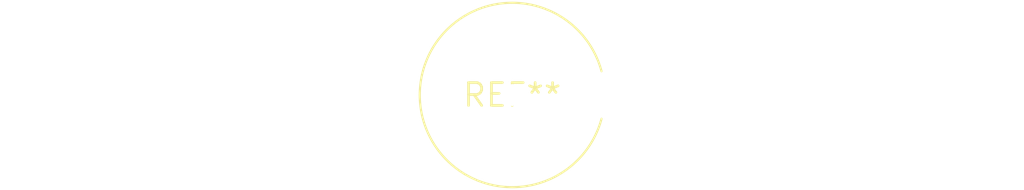
<source format=kicad_pcb>
(kicad_pcb (version 20240108) (generator pcbnew)
  (layers (0 "F.Cu" signal) (31 "B.Cu" signal) (34 "B.Paste" user) (35 "F.Paste" user) (36 "B.SilkS" user "B.Silkscreen") (37 "F.SilkS" user "F.Silkscreen") (38 "B.Mask" user) (39 "F.Mask" user) (44 "Edge.Cuts" user))
  (net 0 "")
  (footprint "L_Axial_L26.0mm_D10.0mm_P5.08mm_Vertical_Fastron_77A" (layer "F.Cu") (at 0 0)
    (property "Reference" "REF**")
    (property "Value" "L_Axial_L26.0mm_D10.0mm_P5.08mm_Vertical_Fastron_77A")
    (fp_arc (start 4.946918 1.32) (mid -5.12 0) (end 4.946918 -1.32) (layer "F.SilkS") (stroke (width 0.12)))
    (pad "1" thru_hole circle (at 0 0) (size 2.4 2.4) (drill 1.2) (layers *.Cu *.Mask) (remove_unused_layers))
    (pad "2" thru_hole oval (at 5.08 0) (size 2.4 2.4) (drill 1.2) (layers *.Cu *.Mask) (remove_unused_layers))
  )
)
</source>
